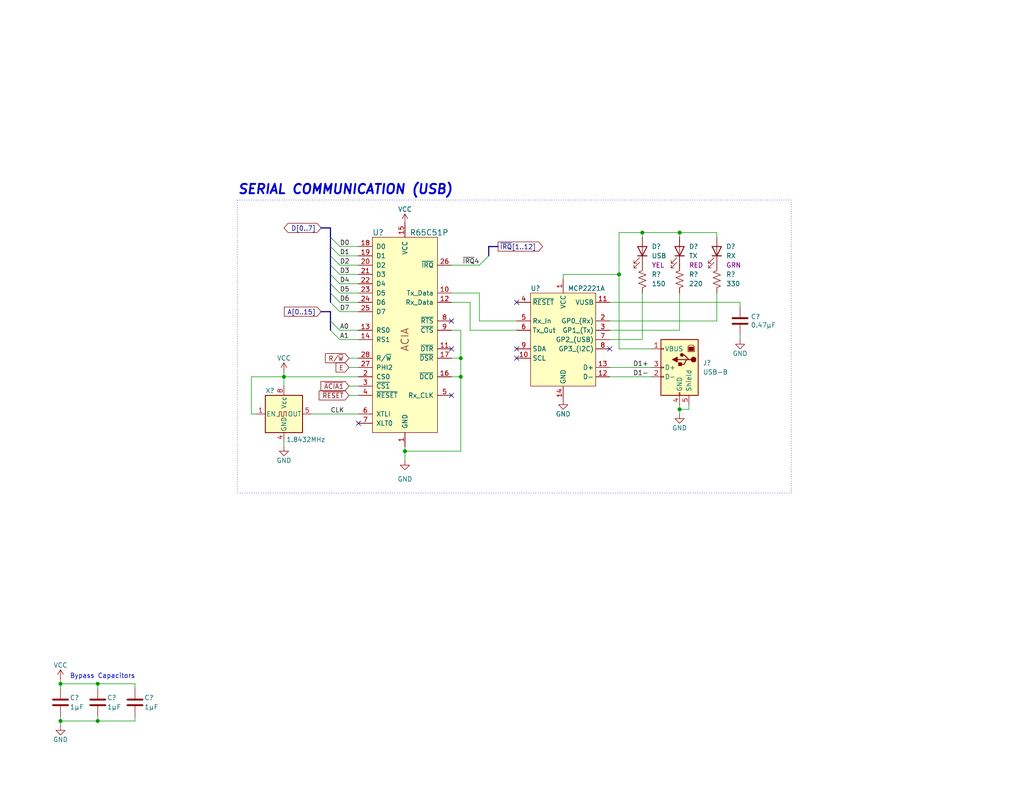
<source format=kicad_sch>
(kicad_sch (version 20230121) (generator eeschema)
  (paper "USLetter")
  (title_block (title "ACIA and Priority Interrupt Controller") (date "2024-01-16") (rev "1.0") (company "Frédéric Segard") (comment 1 "MicroHobbyist's Retro Homebrew Computers") (comment 2 "microhobbyist.com"))
  (lib_symbols
    (symbol "0_Library:MCP2221A"
      (property "Reference" "U" (at -10.16 1.27 0))
      (property "Value" "MCP2221A" (at 1.27 1.27 0))
      (symbol "MCP2221A_0_1"
        (rectangle (start -8.89 0) (end 8.89 -25.4) (stroke (width 0.1524)) (fill (type background)))
      )
      (symbol "MCP2221A_1_1"
        (pin power_in line (at 0 3.81 270) (length 3.81) (name "VCC") (number "1"))
        (pin bidirectional line (at -12.7 -17.78 0) (length 3.81) (name "SCL") (number "10"))
        (pin power_out line (at 12.7 -2.54 180) (length 3.81) (name "VUSB") (number "11"))
        (pin bidirectional line (at 12.7 -22.86 180) (length 3.81) (name "D-") (number "12"))
        (pin bidirectional line (at 12.7 -20.32 180) (length 3.81) (name "D+") (number "13"))
        (pin power_in line (at 0 -29.21 90) (length 3.81) (name "GND") (number "14"))
        (pin bidirectional line (at 12.7 -7.62 180) (length 3.81) (name "GP0_(Rx)") (number "2"))
        (pin bidirectional line (at 12.7 -10.16 180) (length 3.81) (name "GP1_(Tx)") (number "3"))
        (pin input line (at -12.7 -2.54 0) (length 3.81) (name "~{RESET}") (number "4"))
        (pin input line (at -12.7 -7.62 0) (length 3.81) (name "Rx_In") (number "5"))
        (pin output line (at -12.7 -10.16 0) (length 3.81) (name "Tx_Out") (number "6"))
        (pin bidirectional line (at 12.7 -12.7 180) (length 3.81) (name "GP2_(USB)") (number "7"))
        (pin bidirectional line (at 12.7 -15.24 180) (length 3.81) (name "GP3_(I2C)") (number "8"))
        (pin bidirectional line (at -12.7 -15.24 0) (length 3.81) (name "SDA") (number "9"))
      )
    )
    (symbol "0_Library:R65C51" (pin_names (offset 1.016))
      (property "Reference" "U" (at -8.89 19.05 0))
      (property "Value" "R65C51P" (at 1.27 19.05 0))
      (symbol "R65C51_0_1"
        (rectangle (start -8.89 17.78) (end 8.89 -35.56) (fill (type background)))
      )
      (symbol "R65C51_1_0"
        (text "ACIA" (at 0 -10.16 900) (effects (font (size 2 2))))
      )
      (symbol "R65C51_1_1"
        (pin power_in line (at 0 -39.37 90) (length 3.81) (name "GND") (number "1"))
        (pin output line (at 12.7 2.54 180) (length 3.81) (name "Tx_Data") (number "10"))
        (pin output line (at 12.7 -12.7 180) (length 3.81) (name "~{DTR}") (number "11"))
        (pin input line (at 12.7 0 180) (length 3.81) (name "Rx_Data") (number "12"))
        (pin input line (at -12.7 -7.62 0) (length 3.81) (name "RS0") (number "13"))
        (pin input line (at -12.7 -10.16 0) (length 3.81) (name "RS1") (number "14"))
        (pin power_in line (at 0 21.59 270) (length 3.81) (name "VCC") (number "15"))
        (pin input line (at 12.7 -20.32 180) (length 3.81) (name "~{DCD}") (number "16"))
        (pin input line (at 12.7 -15.24 180) (length 3.81) (name "~{DSR}") (number "17"))
        (pin bidirectional line (at -12.7 15.24 0) (length 3.81) (name "D0") (number "18"))
        (pin bidirectional line (at -12.7 12.7 0) (length 3.81) (name "D1") (number "19"))
        (pin input line (at -12.7 -20.32 0) (length 3.81) (name "CS0") (number "2"))
        (pin bidirectional line (at -12.7 10.16 0) (length 3.81) (name "D2") (number "20"))
        (pin bidirectional line (at -12.7 7.62 0) (length 3.81) (name "D3") (number "21"))
        (pin bidirectional line (at -12.7 5.08 0) (length 3.81) (name "D4") (number "22"))
        (pin bidirectional line (at -12.7 2.54 0) (length 3.81) (name "D5") (number "23"))
        (pin bidirectional line (at -12.7 0 0) (length 3.81) (name "D6") (number "24"))
        (pin bidirectional line (at -12.7 -2.54 0) (length 3.81) (name "D7") (number "25"))
        (pin output line (at 12.7 10.16 180) (length 3.81) (name "~{IRQ}") (number "26"))
        (pin input line (at -12.7 -17.78 0) (length 3.81) (name "PHI2") (number "27"))
        (pin input line (at -12.7 -15.24 0) (length 3.81) (name "R/~{W}") (number "28"))
        (pin input line (at -12.7 -22.86 0) (length 3.81) (name "~{CS1}") (number "3"))
        (pin input line (at -12.7 -25.4 0) (length 3.81) (name "~{RESET}") (number "4"))
        (pin bidirectional line (at 12.7 -25.4 180) (length 3.81) (name "Rx_CLK") (number "5"))
        (pin input line (at -12.7 -30.48 0) (length 3.81) (name "XTLI") (number "6"))
        (pin input line (at -12.7 -33.02 0) (length 3.81) (name "XLT0") (number "7"))
        (pin output line (at 12.7 -5.08 180) (length 3.81) (name "~{RTS}") (number "8"))
        (pin input line (at 12.7 -7.62 180) (length 3.81) (name "~{CTS}") (number "9"))
      )
    )
    (symbol "Connector:USB_B" (pin_names (offset 1.016))
      (property "Reference" "J" (at -5.08 11.43 0))
      (property "Value" "USB_B" (at -5.08 8.89 0))
      (symbol "USB_B_0_1"
        (rectangle (start -5.08 -7.62) (end 5.08 7.62) (stroke (width 0.254)) (fill (type background)))
        (circle (center -3.81 2.159) (radius 0.635) (stroke (width 0.254)) (fill (type outline)))
        (rectangle (start -3.81 5.588) (end -2.54 4.572) (fill (type outline)))
        (circle (center -0.635 3.429) (radius 0.381) (stroke (width 0.254)) (fill (type outline)))
        (rectangle (start -0.127 -7.62) (end 0.127 -6.858))
        (polyline (pts (xy -1.905 2.159) (xy 0.635 2.159)) (stroke (width 0.254)))
        (polyline (pts (xy -3.175 2.159) (xy -2.54 2.159) (xy -1.27 3.429) (xy -0.635 3.429)) (stroke (width 0.254)))
        (polyline (pts (xy -2.54 2.159) (xy -1.905 2.159) (xy -1.27 0.889) (xy 0 0.889)) (stroke (width 0.254)))
        (polyline (pts (xy 0.635 2.794) (xy 0.635 1.524) (xy 1.905 2.159) (xy 0.635 2.794)) (stroke (width 0.254)) (fill (type outline)))
        (polyline (pts (xy -4.064 4.318) (xy -2.286 4.318) (xy -2.286 5.715) (xy -2.667 6.096) (xy -3.683 6.096) (xy -4.064 5.715) (xy -4.064 4.318)))
        (rectangle (start 0.254 1.27) (end -0.508 0.508) (stroke (width 0.254)) (fill (type outline)))
        (rectangle (start 5.08 -2.667) (end 4.318 -2.413))
        (rectangle (start 5.08 -0.127) (end 4.318 0.127))
        (rectangle (start 5.08 4.953) (end 4.318 5.207))
      )
      (symbol "USB_B_1_1"
        (pin power_out line (at 7.62 5.08 180) (length 2.54) (name "VBUS") (number "1"))
        (pin bidirectional line (at 7.62 -2.54 180) (length 2.54) (name "D-") (number "2"))
        (pin bidirectional line (at 7.62 0 180) (length 2.54) (name "D+") (number "3"))
        (pin power_out line (at 0 -10.16 90) (length 2.54) (name "GND") (number "4"))
        (pin passive line (at -2.54 -10.16 90) (length 2.54) (name "Shield") (number "5"))
      )
    )
    (symbol "Device:C" (pin_numbers hide) (pin_names (offset 0.254))
      (property "Reference" "C" (at 0.635 2.54 0))
      (property "Value" "C" (at 0.635 -2.54 0))
      (symbol "C_0_1"
        (polyline (pts (xy -2.032 -0.762) (xy 2.032 -0.762)) (stroke (width 0.508)))
        (polyline (pts (xy -2.032 0.762) (xy 2.032 0.762)) (stroke (width 0.508)))
      )
      (symbol "C_1_1"
        (pin passive line (at 0 3.81 270) (length 2.794) (name "~") (number "1"))
        (pin passive line (at 0 -3.81 90) (length 2.794) (name "~") (number "2"))
      )
    )
    (symbol "Device:LED" (pin_numbers hide) (pin_names (offset 1.016) hide)
      (property "Reference" "D" (at 0 2.54 0))
      (property "Value" "LED" (at 0 -2.54 0))
      (symbol "LED_0_1"
        (polyline (pts (xy -1.27 -1.27) (xy -1.27 1.27)) (stroke (width 0.254)))
        (polyline (pts (xy -1.27 0) (xy 1.27 0)))
        (polyline (pts (xy 1.27 -1.27) (xy 1.27 1.27) (xy -1.27 0) (xy 1.27 -1.27)) (stroke (width 0.254)))
        (polyline (pts (xy -3.048 -0.762) (xy -4.572 -2.286) (xy -3.81 -2.286) (xy -4.572 -2.286) (xy -4.572 -1.524)))
        (polyline (pts (xy -1.778 -0.762) (xy -3.302 -2.286) (xy -2.54 -2.286) (xy -3.302 -2.286) (xy -3.302 -1.524)))
      )
      (symbol "LED_1_1"
        (pin passive line (at -3.81 0 0) (length 2.54) (name "K") (number "1"))
        (pin passive line (at 3.81 0 180) (length 2.54) (name "A") (number "2"))
      )
    )
    (symbol "Device:R_US" (pin_numbers hide) (pin_names (offset 0))
      (property "Reference" "R" (at 2.54 0 90))
      (property "Value" "R_US" (at -2.54 0 90))
      (symbol "R_US_0_1"
        (polyline (pts (xy 0 -2.286) (xy 0 -2.54)))
        (polyline (pts (xy 0 2.286) (xy 0 2.54)))
        (polyline (pts (xy 0 -0.762) (xy 1.016 -1.143) (xy 0 -1.524) (xy -1.016 -1.905) (xy 0 -2.286)))
        (polyline (pts (xy 0 0.762) (xy 1.016 0.381) (xy 0 0) (xy -1.016 -0.381) (xy 0 -0.762)))
        (polyline (pts (xy 0 2.286) (xy 1.016 1.905) (xy 0 1.524) (xy -1.016 1.143) (xy 0 0.762)))
      )
      (symbol "R_US_1_1"
        (pin passive line (at 0 3.81 270) (length 1.27) (name "~") (number "1"))
        (pin passive line (at 0 -3.81 90) (length 1.27) (name "~") (number "2"))
      )
    )
    (symbol "GND_1" (power) (pin_names (offset 0))
      (property "Value" "GND_1" (at 0 -3.81 0))
      (symbol "GND_1_0_1"
        (polyline (pts (xy 0 0) (xy 0 -1.27) (xy 1.27 -1.27) (xy 0 -2.54) (xy -1.27 -1.27) (xy 0 -1.27)))
      )
      (symbol "GND_1_1_1"
        (pin power_in line (at 0 0 270) (length 0) hide (name "GND") (number "1"))
      )
    )
    (symbol "Oscillator:CXO_DIP8" (pin_names (offset 0.254))
      (property "Reference" "X" (at -5.08 6.35 0))
      (property "Value" "CXO_DIP8" (at 1.27 -6.35 0))
      (symbol "CXO_DIP8_0_1"
        (rectangle (start -5.08 5.08) (end 5.08 -5.08) (stroke (width 0.254)) (fill (type background)))
        (polyline (pts (xy -1.905 -0.635) (xy -1.27 -0.635) (xy -1.27 0.635) (xy -0.635 0.635) (xy -0.635 -0.635) (xy 0 -0.635) (xy 0 0.635) (xy 0.635 0.635) (xy 0.635 -0.635)))
      )
      (symbol "CXO_DIP8_1_1"
        (pin input line (at -7.62 0 0) (length 2.54) (name "EN") (number "1"))
        (pin power_in line (at 0 -7.62 90) (length 2.54) (name "GND") (number "4"))
        (pin output line (at 7.62 0 180) (length 2.54) (name "OUT") (number "5"))
        (pin power_in line (at 0 7.62 270) (length 2.54) (name "Vcc") (number "8"))
      )
    )
    (symbol "power:GND" (power) (pin_names (offset 0))
      (property "Value" "GND" (at 0 -3.81 0))
      (symbol "GND_0_1"
        (polyline (pts (xy 0 0) (xy 0 -1.27) (xy 1.27 -1.27) (xy 0 -2.54) (xy -1.27 -1.27) (xy 0 -1.27)))
      )
      (symbol "GND_1_1"
        (pin power_in line (at 0 0 270) (length 0) hide (name "GND") (number "1"))
      )
    )
    (symbol "power:VCC" (power) (pin_names (offset 0))
      (property "Value" "VCC" (at 0 3.81 0))
      (symbol "VCC_0_1"
        (polyline (pts (xy -0.762 1.27) (xy 0 2.54)))
        (polyline (pts (xy 0 0) (xy 0 2.54)))
        (polyline (pts (xy 0 2.54) (xy 0.762 1.27)))
      )
      (symbol "VCC_1_1"
        (pin power_in line (at 0 0 90) (length 0) hide (name "VCC") (number "1"))
      )
    )
  )
  (junction (at 185.42 63.5))
  (junction (at 110.49 123.19))
  (junction (at 26.67 196.85))
  (junction (at 168.91 74.93))
  (junction (at 26.67 186.69))
  (junction (at 125.73 102.87))
  (junction (at 77.47 102.87))
  (junction (at 16.51 196.85))
  (junction (at 175.26 63.5))
  (junction (at 125.73 97.79))
  (junction (at 16.51 186.69))
  (junction (at 185.42 111.76))
  (no_connect (at 140.97 95.25))
  (no_connect (at 140.97 97.79))
  (no_connect (at 140.97 82.55))
  (no_connect (at 97.79 115.57))
  (no_connect (at 123.19 87.63))
  (no_connect (at 123.19 95.25))
  (no_connect (at 123.19 107.95))
  (no_connect (at 166.37 95.25))
  (bus_entry (at 90.17 80.01) (size 2.54 2.54))
  (bus_entry (at 90.17 90.17) (size 2.54 2.54))
  (bus_entry (at 90.17 77.47) (size 2.54 2.54))
  (bus_entry (at 130.81 72.39) (size 2.54 -2.54))
  (bus_entry (at 90.17 82.55) (size 2.54 2.54))
  (bus_entry (at 90.17 67.31) (size 2.54 2.54))
  (bus_entry (at 90.17 74.93) (size 2.54 2.54))
  (bus_entry (at 90.17 69.85) (size 2.54 2.54))
  (bus_entry (at 90.17 64.77) (size 2.54 2.54))
  (bus_entry (at 90.17 72.39) (size 2.54 2.54))
  (bus_entry (at 90.17 87.63) (size 2.54 2.54))
  (wire (pts (xy 92.71 80.01) (xy 97.79 80.01)))
  (wire (pts (xy 68.58 113.03) (xy 68.58 102.87)))
  (wire (pts (xy 110.49 123.19) (xy 110.49 125.73)))
  (wire (pts (xy 36.83 195.58) (xy 36.83 196.85)))
  (bus (pts (xy 90.17 67.31) (xy 90.17 64.77)))
  (wire (pts (xy 125.73 97.79) (xy 123.19 97.79)))
  (wire (pts (xy 195.58 63.5) (xy 195.58 64.77)))
  (wire (pts (xy 185.42 63.5) (xy 195.58 63.5)))
  (wire (pts (xy 26.67 195.58) (xy 26.67 196.85)))
  (wire (pts (xy 168.91 74.93) (xy 153.67 74.93)))
  (wire (pts (xy 125.73 90.17) (xy 125.73 97.79)))
  (wire (pts (xy 85.09 113.03) (xy 97.79 113.03)))
  (bus (pts (xy 87.63 62.23) (xy 90.17 62.23)))
  (bus (pts (xy 90.17 80.01) (xy 90.17 77.47)))
  (wire (pts (xy 92.71 69.85) (xy 97.79 69.85)))
  (bus (pts (xy 90.17 69.85) (xy 90.17 67.31)))
  (wire (pts (xy 36.83 186.69) (xy 36.83 187.96)))
  (wire (pts (xy 16.51 186.69) (xy 16.51 187.96)))
  (wire (pts (xy 175.26 63.5) (xy 175.26 64.77)))
  (bus (pts (xy 90.17 87.63) (xy 90.17 90.17)))
  (wire (pts (xy 166.37 102.87) (xy 177.8 102.87)))
  (wire (pts (xy 123.19 90.17) (xy 125.73 90.17)))
  (bus (pts (xy 90.17 82.55) (xy 90.17 80.01)))
  (wire (pts (xy 195.58 87.63) (xy 195.58 80.01)))
  (wire (pts (xy 175.26 63.5) (xy 168.91 63.5)))
  (wire (pts (xy 95.25 107.95) (xy 97.79 107.95)))
  (wire (pts (xy 123.19 82.55) (xy 128.27 82.55)))
  (wire (pts (xy 16.51 185.42) (xy 16.51 186.69)))
  (wire (pts (xy 110.49 123.19) (xy 110.49 121.92)))
  (bus (pts (xy 133.35 69.85) (xy 133.35 67.31)))
  (wire (pts (xy 16.51 186.69) (xy 26.67 186.69)))
  (wire (pts (xy 92.71 67.31) (xy 97.79 67.31)))
  (wire (pts (xy 125.73 123.19) (xy 110.49 123.19)))
  (wire (pts (xy 125.73 102.87) (xy 125.73 97.79)))
  (wire (pts (xy 168.91 95.25) (xy 168.91 74.93)))
  (wire (pts (xy 153.67 74.93) (xy 153.67 76.2)))
  (wire (pts (xy 185.42 110.49) (xy 185.42 111.76)))
  (wire (pts (xy 92.71 72.39) (xy 97.79 72.39)))
  (wire (pts (xy 69.85 113.03) (xy 68.58 113.03)))
  (wire (pts (xy 92.71 74.93) (xy 97.79 74.93)))
  (wire (pts (xy 130.81 87.63) (xy 130.81 80.01)))
  (wire (pts (xy 128.27 82.55) (xy 128.27 90.17)))
  (wire (pts (xy 166.37 100.33) (xy 177.8 100.33)))
  (wire (pts (xy 26.67 196.85) (xy 36.83 196.85)))
  (wire (pts (xy 77.47 102.87) (xy 97.79 102.87)))
  (wire (pts (xy 77.47 102.87) (xy 77.47 105.41)))
  (wire (pts (xy 92.71 82.55) (xy 97.79 82.55)))
  (wire (pts (xy 130.81 80.01) (xy 123.19 80.01)))
  (wire (pts (xy 92.71 92.71) (xy 97.79 92.71)))
  (wire (pts (xy 166.37 82.55) (xy 201.93 82.55)))
  (bus (pts (xy 90.17 77.47) (xy 90.17 74.93)))
  (wire (pts (xy 175.26 80.01) (xy 175.26 92.71)))
  (wire (pts (xy 125.73 102.87) (xy 125.73 123.19)))
  (wire (pts (xy 185.42 90.17) (xy 185.42 80.01)))
  (wire (pts (xy 166.37 87.63) (xy 195.58 87.63)))
  (bus (pts (xy 90.17 74.93) (xy 90.17 72.39)))
  (wire (pts (xy 187.96 110.49) (xy 187.96 111.76)))
  (wire (pts (xy 77.47 101.6) (xy 77.47 102.87)))
  (wire (pts (xy 187.96 111.76) (xy 185.42 111.76)))
  (wire (pts (xy 26.67 186.69) (xy 26.67 187.96)))
  (wire (pts (xy 185.42 111.76) (xy 185.42 113.03)))
  (wire (pts (xy 168.91 63.5) (xy 168.91 74.93)))
  (wire (pts (xy 95.25 97.79) (xy 97.79 97.79)))
  (wire (pts (xy 201.93 83.82) (xy 201.93 82.55)))
  (wire (pts (xy 92.71 90.17) (xy 97.79 90.17)))
  (bus (pts (xy 90.17 64.77) (xy 90.17 62.23)))
  (wire (pts (xy 123.19 102.87) (xy 125.73 102.87)))
  (wire (pts (xy 166.37 90.17) (xy 185.42 90.17)))
  (wire (pts (xy 140.97 87.63) (xy 130.81 87.63)))
  (bus (pts (xy 133.35 67.31) (xy 135.89 67.31)))
  (wire (pts (xy 26.67 186.69) (xy 36.83 186.69)))
  (wire (pts (xy 92.71 85.09) (xy 97.79 85.09)))
  (wire (pts (xy 95.25 105.41) (xy 97.79 105.41)))
  (wire (pts (xy 16.51 196.85) (xy 26.67 196.85)))
  (wire (pts (xy 68.58 102.87) (xy 77.47 102.87)))
  (bus (pts (xy 90.17 87.63) (xy 90.17 85.09)))
  (wire (pts (xy 16.51 196.85) (xy 16.51 198.12)))
  (wire (pts (xy 16.51 195.58) (xy 16.51 196.85)))
  (wire (pts (xy 95.25 100.33) (xy 97.79 100.33)))
  (wire (pts (xy 123.19 72.39) (xy 130.81 72.39)))
  (wire (pts (xy 175.26 63.5) (xy 185.42 63.5)))
  (wire (pts (xy 77.47 121.92) (xy 77.47 120.65)))
  (wire (pts (xy 128.27 90.17) (xy 140.97 90.17)))
  (wire (pts (xy 166.37 92.71) (xy 175.26 92.71)))
  (wire (pts (xy 177.8 95.25) (xy 168.91 95.25)))
  (wire (pts (xy 201.93 92.71) (xy 201.93 91.44)))
  (wire (pts (xy 185.42 63.5) (xy 185.42 64.77)))
  (wire (pts (xy 92.71 77.47) (xy 97.79 77.47)))
  (bus (pts (xy 90.17 72.39) (xy 90.17 69.85)))
  (bus (pts (xy 87.63 85.09) (xy 90.17 85.09)))
  (rectangle (start 64.77 54.61) (end 215.9 134.62) (stroke (width 0) (type dot)))
  (text "Bypass Capacitors" (at 19.05 185.42 0) (effects (font (size 1.27 1.27)) (justify left bottom)))
  (text "SERIAL COMMUNICATION (USB)" (at 64.77 53.34 0) (effects (font (size 2.54 2.54) (thickness 0.508) bold italic) (justify left bottom)))
  (label "D1+" (at 172.72 100.33 0))
  (label "A1" (at 92.71 92.71 0))
  (label "D6" (at 92.71 82.55 0))
  (label "D3" (at 92.71 74.93 0))
  (label "D5" (at 92.71 80.01 0))
  (label "A0" (at 92.71 90.17 0))
  (label "D4" (at 92.71 77.47 0))
  (label "D1-" (at 172.72 102.87 0))
  (label "D1" (at 92.71 69.85 0))
  (label "D0" (at 92.71 67.31 0))
  (label "D2" (at 92.71 72.39 0))
  (label "~{IRQ}4" (at 130.81 72.39 180))
  (label "D7" (at 92.71 85.09 0))
  (label "CLK" (at 90.17 113.03 0))
  (global_label "D[0..7]" (shape bidirectional) (at 87.63 62.23 180) (property "Intersheetrefs" "${INTERSHEET_REFS}" (effects hide)))
  (global_label "E" (shape input) (at 95.25 100.33 180) (property "Intersheetrefs" "${INTERSHEET_REFS}" (effects hide)))
  (global_label "~{ACIA1}" (shape input) (at 95.25 105.41 180) (property "Intersheetrefs" "${INTERSHEET_REFS}" (effects hide)))
  (global_label "~{RESET}" (shape input) (at 95.25 107.95 180) (property "Intersheetrefs" "${INTERSHEET_REFS}" (effects hide)))
  (global_label "A[0..15]" (shape input) (at 87.63 85.09 180) (property "Intersheetrefs" "${INTERSHEET_REFS}" (effects hide)))
  (global_label "R{slash}~{W}" (shape input) (at 95.25 97.79 180) (property "Intersheetrefs" "${INTERSHEET_REFS}" (effects hide)))
  (global_label "~{IRQ}[1..12]" (shape output) (at 135.89 67.31 0) (property "Intersheetrefs" "${INTERSHEET_REFS}" (effects hide)))
  (symbol (lib_id "power:GND") (at 110.49 125.73 0) (unit 1)
    (property "Reference" "#PWR?" (effects hide))
    (property "Value" "GND" (at 110.49 130.81 0))
    (instances (project "Ep5 - Memory Management Unit (MMU)" (path "" (reference "#PWR?") (unit 1)) (path "" (reference "#PWR069") (unit 1))))
  )
  (symbol (lib_id "0_Library:R65C51") (at 110.49 82.55 0) (unit 1)
    (property "Reference" "U?" (at 101.6 63.5 0) (effects (font (size 1.524 1.524)) (justify left)))
    (property "Value" "R65C51P" (at 111.76 63.5 0) (effects (font (size 1.524 1.524)) (justify left)))
    (property "Footprint" "Package_DIP:DIP-28_W15.24mm_Socket" (effects hide))
    (instances (project "Ep5 - Memory Management Unit (MMU)" (path "" (reference "U?") (unit 1)) (path "" (reference "U17") (unit 1))))
  )
  (symbol (lib_id "power:VCC") (at 77.47 101.6 0) (unit 1)
    (property "Reference" "#PWR?" (effects hide))
    (property "Value" "VCC" (at 77.47 97.79 0))
    (instances (project "Ep5 - Memory Management Unit (MMU)" (path "" (reference "#PWR?") (unit 1)) (path "" (reference "#PWR?") (unit 1)) (path "" (reference "#PWR066") (unit 1))))
  )
  (symbol (lib_id "Device:LED") (at 185.42 68.58 270) (mirror x) (unit 1)
    (property "Reference" "D?" (at 187.96 67.31 90) (effects (justify left)))
    (property "Value" "TX" (at 187.96 69.85 90) (effects (justify left)))
    (property "Footprint" "LED_THT:LED_D3.0mm_Horizontal_O1.27mm_Z2.0mm_Clear" (effects hide))
    (property "Color" "RED" (at 187.96 72.39 90) (effects (justify left)))
    (instances (project "1 - Main CPU board with basic peripherals (rev5)" (path "" (reference "D?") (unit 1))) (project "1 - Main CPU card with CTC, SIO and PIO" (path "" (reference "D?") (unit 1)) (path "" (reference "D?") (unit 1))) (project "4 - Quad serial" (path "" (reference "D?") (unit 1))) (project "Ep5 - Memory Management Unit (MMU)" (path "" (reference "D?") (unit 1)) (path "" (reference "D4") (unit 1))))
  )
  (symbol (lib_name "GND_1") (lib_id "power:GND") (at 201.93 92.71 0) (unit 1)
    (property "Reference" "#PWR?" (effects hide))
    (property "Value" "GND" (at 201.93 96.52 0))
    (instances (project "1 - Main CPU board with basic peripherals (rev5)" (path "" (reference "#PWR?") (unit 1))) (project "2 - CPU and memory card with the essential peripherals" (path "" (reference "#PWR?") (unit 1))) (project "4 - Quad serial" (path "" (reference "#PWR?") (unit 1)) (path "" (reference "#PWR?") (unit 1)) (path "" (reference "#PWR?") (unit 1))) (project "Ep5 - Memory Management Unit (MMU)" (path "" (reference "#PWR?") (unit 1)) (path "" (reference "#PWR073") (unit 1))))
  )
  (symbol (lib_id "Device:R_US") (at 175.26 76.2 0) (mirror x) (unit 1)
    (property "Reference" "R?" (at 177.8 74.93 0) (effects (justify left)))
    (property "Value" "150" (at 177.8 77.47 0) (effects (justify left)))
    (property "Footprint" "Resistor_THT:R_Axial_DIN0207_L6.3mm_D2.5mm_P10.16mm_Horizontal" (effects hide))
    (instances (project "1 - Main CPU board with basic peripherals (rev5)" (path "" (reference "R?") (unit 1))) (project "1 - Main CPU card with CTC, SIO and PIO" (path "" (reference "R?") (unit 1)) (path "" (reference "R?") (unit 1))) (project "4 - Quad serial" (path "" (reference "R?") (unit 1))) (project "Ep5 - Memory Management Unit (MMU)" (path "" (reference "R?") (unit 1)) (path "" (reference "R5") (unit 1))))
  )
  (symbol (lib_id "power:GND") (at 77.47 121.92 0) (unit 1)
    (property "Reference" "#PWR?" (effects hide))
    (property "Value" "GND" (at 77.47 125.73 0))
    (instances (project "Ep5 - Memory Management Unit (MMU)" (path "" (reference "#PWR?") (unit 1)) (path "" (reference "#PWR?") (unit 1)) (path "" (reference "#PWR067") (unit 1))))
  )
  (symbol (lib_id "Device:C") (at 16.51 191.77 0) (unit 1)
    (property "Reference" "C?" (at 19.05 190.5 0) (effects (justify left)))
    (property "Value" "1µF" (at 19.05 193.04 0) (effects (justify left)))
    (instances (project "Ep5 - Memory Management Unit (MMU)" (path "" (reference "C?") (unit 1)) (path "" (reference "C?") (unit 1)) (path "" (reference "C?") (unit 1)) (path "" (reference "C19") (unit 1))))
  )
  (symbol (lib_id "power:VCC") (at 110.49 60.96 0) (unit 1)
    (property "Reference" "#PWR059" (effects hide))
    (property "Value" "VCC" (at 110.49 57.15 0))
    (instances (project "Ep5 - Memory Management Unit (MMU)" (path "" (reference "#PWR059") (unit 1)) (path "" (reference "#PWR068") (unit 1))))
  )
  (symbol (lib_id "power:VCC") (at 16.51 185.42 0) (unit 1)
    (property "Reference" "#PWR?" (effects hide))
    (property "Value" "VCC" (at 16.51 181.61 0))
    (instances (project "Ep5 - Memory Management Unit (MMU)" (path "" (reference "#PWR?") (unit 1)) (path "" (reference "#PWR?") (unit 1)) (path "" (reference "#PWR?") (unit 1)) (path "" (reference "#PWR064") (unit 1))))
  )
  (symbol (lib_id "0_Library:MCP2221A") (at 153.67 80.01 0) (unit 1)
    (property "Reference" "U?" (at 144.78 78.74 0) (effects (justify left)))
    (property "Value" "MCP2221A" (at 154.94 78.74 0) (effects (justify left)))
    (property "Footprint" "Package_DIP:DIP-14_W7.62mm_Socket" (effects hide))
    (property "Datasheet" "https://ww1.microchip.com/downloads/aemDocuments/documents/APID/ProductDocuments/DataSheets/MCP2221A-Data-Sheet-20005565E.pdf" (effects hide))
    (instances (project "1 - Main CPU board with basic peripherals (rev5)" (path "" (reference "U?") (unit 1))) (project "4 - Quad serial" (path "" (reference "U?") (unit 1))) (project "Ep5 - Memory Management Unit (MMU)" (path "" (reference "U?") (unit 1)) (path "" (reference "U18") (unit 1))))
  )
  (symbol (lib_id "Device:R_US") (at 185.42 76.2 0) (mirror x) (unit 1)
    (property "Reference" "R?" (at 187.96 74.93 0) (effects (justify left)))
    (property "Value" "220" (at 187.96 77.47 0) (effects (justify left)))
    (property "Footprint" "Resistor_THT:R_Axial_DIN0207_L6.3mm_D2.5mm_P10.16mm_Horizontal" (effects hide))
    (instances (project "1 - Main CPU board with basic peripherals (rev5)" (path "" (reference "R?") (unit 1))) (project "1 - Main CPU card with CTC, SIO and PIO" (path "" (reference "R?") (unit 1)) (path "" (reference "R?") (unit 1))) (project "4 - Quad serial" (path "" (reference "R?") (unit 1))) (project "Ep5 - Memory Management Unit (MMU)" (path "" (reference "R?") (unit 1)) (path "" (reference "R6") (unit 1))))
  )
  (symbol (lib_name "GND_1") (lib_id "power:GND") (at 153.67 109.22 0) (unit 1)
    (property "Reference" "#PWR?" (effects hide))
    (property "Value" "GND" (at 153.67 113.03 0))
    (instances (project "1 - Main CPU board with basic peripherals (rev5)" (path "" (reference "#PWR?") (unit 1))) (project "2 - CPU and memory card with the essential peripherals" (path "" (reference "#PWR?") (unit 1))) (project "4 - Quad serial" (path "" (reference "#PWR?") (unit 1)) (path "" (reference "#PWR?") (unit 1)) (path "" (reference "#PWR?") (unit 1))) (project "Ep5 - Memory Management Unit (MMU)" (path "" (reference "#PWR?") (unit 1)) (path "" (reference "#PWR070") (unit 1))))
  )
  (symbol (lib_id "Device:C") (at 201.93 87.63 0) (unit 1)
    (property "Reference" "C?" (at 204.851 86.4616 0) (effects (justify left)))
    (property "Value" "0.47µF" (at 204.851 88.773 0) (effects (justify left)))
    (property "Footprint" "Capacitor_THT:C_Disc_D3.0mm_W1.6mm_P2.50mm" (effects hide))
    (instances (project "1 - Main CPU board with basic peripherals (rev5)" (path "" (reference "C?") (unit 1))) (project "2 - CPU and memory card with the essential peripherals" (path "" (reference "C?") (unit 1))) (project "4 - Quad serial" (path "" (reference "C?") (unit 1)) (path "" (reference "C?") (unit 1)) (path "" (reference "C?") (unit 1))) (project "Ep5 - Memory Management Unit (MMU)" (path "" (reference "C?") (unit 1)) (path "" (reference "C22") (unit 1))))
  )
  (symbol (lib_id "Device:C") (at 36.83 191.77 0) (unit 1)
    (property "Reference" "C?" (at 39.37 190.5 0) (effects (justify left)))
    (property "Value" "1µF" (at 39.37 193.04 0) (effects (justify left)))
    (instances (project "Ep5 - Memory Management Unit (MMU)" (path "" (reference "C?") (unit 1)) (path "" (reference "C?") (unit 1)) (path "" (reference "C?") (unit 1)) (path "" (reference "C21") (unit 1))))
  )
  (symbol (lib_name "GND_1") (lib_id "power:GND") (at 185.42 113.03 0) (mirror y) (unit 1)
    (property "Reference" "#PWR?" (effects hide))
    (property "Value" "GND" (at 185.42 116.84 0))
    (instances (project "1 - Main CPU board with basic peripherals (rev5)" (path "" (reference "#PWR?") (unit 1))) (project "2 - CPU and memory card with the essential peripherals" (path "" (reference "#PWR?") (unit 1))) (project "4 - Quad serial" (path "" (reference "#PWR?") (unit 1)) (path "" (reference "#PWR?") (unit 1)) (path "" (reference "#PWR?") (unit 1))) (project "Ep5 - Memory Management Unit (MMU)" (path "" (reference "#PWR?") (unit 1)) (path "" (reference "#PWR072") (unit 1))))
  )
  (symbol (lib_id "Connector:USB_B") (at 185.42 100.33 0) (mirror y) (unit 1)
    (property "Reference" "J?" (at 191.77 99.06 0) (effects (justify right)))
    (property "Value" "USB-B" (at 191.77 101.6 0) (effects (justify right)))
    (property "Footprint" "Connector_USB:USB_B_Lumberg_2411_02_Horizontal" (effects hide))
    (property "Datasheet" " ~" (effects hide))
    (instances (project "1 - Main CPU board with basic peripherals (rev5)" (path "" (reference "J?") (unit 1))) (project "4 - Quad serial" (path "" (reference "J?") (unit 1))) (project "Ep5 - Memory Management Unit (MMU)" (path "" (reference "J?") (unit 1)) (path "" (reference "J2") (unit 1))))
  )
  (symbol (lib_id "Device:LED") (at 195.58 68.58 270) (mirror x) (unit 1)
    (property "Reference" "D?" (at 198.12 67.31 90) (effects (justify left)))
    (property "Value" "RX" (at 198.12 69.85 90) (effects (justify left)))
    (property "Footprint" "LED_THT:LED_D3.0mm_Horizontal_O1.27mm_Z2.0mm_Clear" (effects hide))
    (property "Color" "GRN" (at 198.12 72.39 90) (effects (justify left)))
    (instances (project "1 - Main CPU board with basic peripherals (rev5)" (path "" (reference "D?") (unit 1))) (project "1 - Main CPU card with CTC, SIO and PIO" (path "" (reference "D?") (unit 1)) (path "" (reference "D?") (unit 1))) (project "4 - Quad serial" (path "" (reference "D?") (unit 1))) (project "Ep5 - Memory Management Unit (MMU)" (path "" (reference "D?") (unit 1)) (path "" (reference "D5") (unit 1))))
  )
  (symbol (lib_id "power:GND") (at 16.51 198.12 0) (unit 1)
    (property "Reference" "#PWR?" (effects hide))
    (property "Value" "GND" (at 16.51 201.93 0))
    (instances (project "Ep5 - Memory Management Unit (MMU)" (path "" (reference "#PWR?") (unit 1)) (path "" (reference "#PWR?") (unit 1)) (path "" (reference "#PWR?") (unit 1)) (path "" (reference "#PWR065") (unit 1))))
  )
  (symbol (lib_id "Device:LED") (at 175.26 68.58 270) (mirror x) (unit 1)
    (property "Reference" "D?" (at 177.8 67.31 90) (effects (justify left)))
    (property "Value" "USB" (at 177.8 69.85 90) (effects (justify left)))
    (property "Footprint" "LED_THT:LED_D3.0mm_Horizontal_O1.27mm_Z2.0mm_Clear" (effects hide))
    (property "Color" "YEL" (at 177.8 72.39 90) (effects (justify left)))
    (instances (project "1 - Main CPU board with basic peripherals (rev5)" (path "" (reference "D?") (unit 1))) (project "1 - Main CPU card with CTC, SIO and PIO" (path "" (reference "D?") (unit 1)) (path "" (reference "D?") (unit 1))) (project "4 - Quad serial" (path "" (reference "D?") (unit 1))) (project "Ep5 - Memory Management Unit (MMU)" (path "" (reference "D?") (unit 1)) (path "" (reference "D3") (unit 1))))
  )
  (symbol (lib_id "Device:C") (at 26.67 191.77 0) (unit 1)
    (property "Reference" "C?" (at 29.21 190.5 0) (effects (justify left)))
    (property "Value" "1µF" (at 29.21 193.04 0) (effects (justify left)))
    (instances (project "Ep5 - Memory Management Unit (MMU)" (path "" (reference "C?") (unit 1)) (path "" (reference "C?") (unit 1)) (path "" (reference "C?") (unit 1)) (path "" (reference "C20") (unit 1))))
  )
  (symbol (lib_id "Device:R_US") (at 195.58 76.2 0) (mirror x) (unit 1)
    (property "Reference" "R?" (at 198.12 74.93 0) (effects (justify left)))
    (property "Value" "330" (at 198.12 77.47 0) (effects (justify left)))
    (property "Footprint" "Resistor_THT:R_Axial_DIN0207_L6.3mm_D2.5mm_P10.16mm_Horizontal" (effects hide))
    (instances (project "1 - Main CPU board with basic peripherals (rev5)" (path "" (reference "R?") (unit 1))) (project "1 - Main CPU card with CTC, SIO and PIO" (path "" (reference "R?") (unit 1)) (path "" (reference "R?") (unit 1))) (project "4 - Quad serial" (path "" (reference "R?") (unit 1))) (project "Ep5 - Memory Management Unit (MMU)" (path "" (reference "R?") (unit 1)) (path "" (reference "R7") (unit 1))))
  )
  (symbol (lib_id "Oscillator:CXO_DIP8") (at 77.47 113.03 0) (unit 1)
    (property "Reference" "X?" (at 73.66 106.68 0))
    (property "Value" "1.8432MHz" (at 78.105 120.015 0) (effects (justify left)))
    (property "Footprint" "Oscillator:Oscillator_DIP-8" (effects hide))
    (property "Datasheet" "http://cdn-reichelt.de/documents/datenblatt/B400/OSZI.pdf" (effects hide))
    (instances (project "Ep5 - Memory Management Unit (MMU)" (path "" (reference "X?") (unit 1)) (path "" (reference "X?") (unit 1)) (path "" (reference "X2") (unit 1))))
  )
)
</source>
